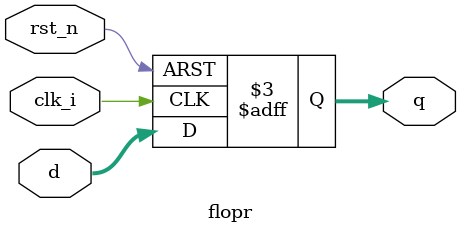
<source format=v>
`timescale 1ns / 1ps


module flopr #(parameter WIDTH = 8)(
	input						clk_i,
	input						rst_n,
	input		[WIDTH-1:0] 	d,
	output	reg	[WIDTH-1:0] 	q
    );
	always @(negedge clk_i or negedge rst_n) begin
		if(~rst_n) begin
			q <= 0;
		end else begin
			q <= d;
		end
	end
endmodule

</source>
